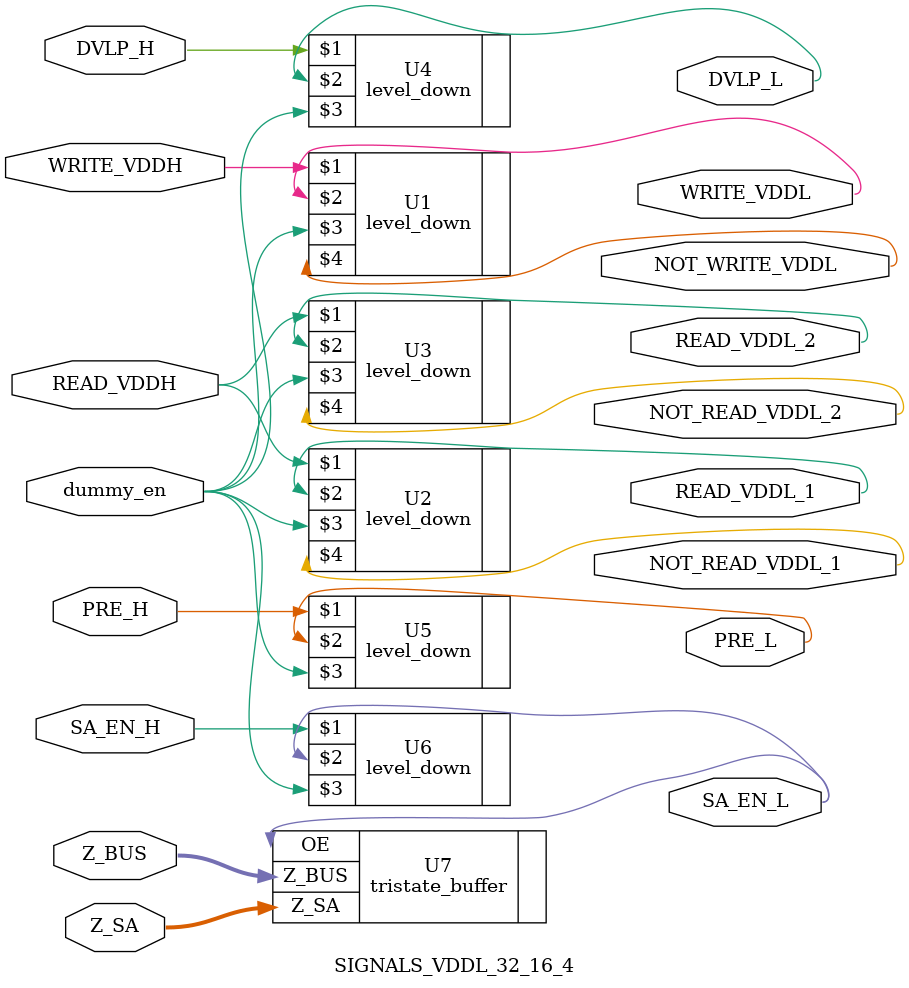
<source format=v>


`include "/ibe/users/da220/Cadence/WORK_TSMC180FORTE/DIGITAL/rtl/level_down/level_down.v"
`include "/ibe/users/da220/Cadence/WORK_TSMC180FORTE/DIGITAL/rtl/tristate_buffer/tristate_buffer.v"

// NAME MODIFIED //
module SIGNALS_VDDL_32_16_4(
// END MODIFY NAME //
WRITE_VDDH,
READ_VDDH,
DVLP_H,
PRE_H,
SA_EN_H,
dummy_en,
WRITE_VDDL,
NOT_WRITE_VDDL,
READ_VDDL_1,
NOT_READ_VDDL_1,
READ_VDDL_2,
NOT_READ_VDDL_2,
DVLP_L,
PRE_L,
Z_SA,
//Z_WR,
Z_BUS,
SA_EN_L,
);

// SKILL MODIFICATIONS //
parameter B_SIZE = 4;
// END OF SKILL MODIFICATION //

// Inputs
input	WRITE_VDDH;
input	READ_VDDH;
input	DVLP_H;
input	PRE_H;
input	SA_EN_H;
input	dummy_en;

// Input Ouput
inout	[B_SIZE-1:0] Z_SA;
//inout	[B_SIZE-1:0] Z_WR;
inout	[B_SIZE-1:0] Z_BUS;

// Outputs
output	WRITE_VDDL;
output	NOT_WRITE_VDDL;
output	READ_VDDL_1;
output	NOT_READ_VDDL_1;
output	READ_VDDL_2;
output	NOT_READ_VDDL_2;
output 	DVLP_L;
output	PRE_L;
output	SA_EN_L;

// Wires
wire	WRITE_VDDH;
wire	READ_VDDH;
wire	DVLP_H;
wire	PRE_H;
wire	SA_EN_H;
wire	dummy_en;
wire	WRITE_VDDL;
wire	NOT_WRITE_VDDL;
wire	READ_VDDL_1;
wire	NOT_READ_VDDL_1;
wire	READ_VDDL_2;
wire	NOT_READ_VDDL_2;
wire 	DVLP_L;
wire	PRE_L;
wire	SA_EN_L;
wire	[B_SIZE-1:0] Z_BUS;
wire	[B_SIZE-1:0] Z_SA;
//wire	[B_SIZE-1:0] Z_WR;



level_down U1(WRITE_VDDH, WRITE_VDDL, dummy_en, NOT_WRITE_VDDL);
level_down U2(READ_VDDH, READ_VDDL_1, dummy_en, NOT_READ_VDDL_1);
level_down U3(READ_VDDH, READ_VDDL_2, dummy_en, NOT_READ_VDDL_2);
level_down U4(DVLP_H, DVLP_L, dummy_en,);
level_down U5(PRE_H, PRE_L, dummy_en,);
level_down U6(SA_EN_H, SA_EN_L, dummy_en,);
tristate_buffer #(B_SIZE) U7(
.Z_SA	(Z_SA),
//.Z_WR	(Z_WR),
.Z_BUS	(Z_BUS),
.OE		(SA_EN_L)
);

endmodule
</source>
